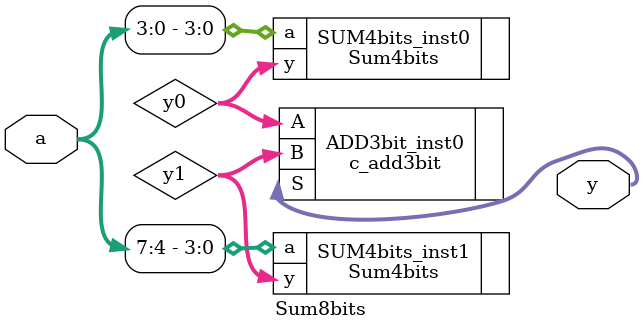
<source format=v>
`timescale 1ns / 1ps


module Sum8bits(
    input [7:0] a,
    output [3:0] y
    );
    
    wire [2:0] y0;
    wire [2:0] y1;
    
Sum4bits SUM4bits_inst0(
    .a(a[3:0]),// 4bit in
    .y(y0) // 3bit out
); 
Sum4bits SUM4bits_inst1(
    .a(a[7:4]),// 4bit in
    .y(y1) // 3bit out
);

c_add3bit ADD3bit_inst0 (
  .A(y0),  // input wire [2 : 0] A
  .B(y1),  // input wire [2 : 0] B
  .S(y)  // output wire [3 : 0] S
);

endmodule

</source>
